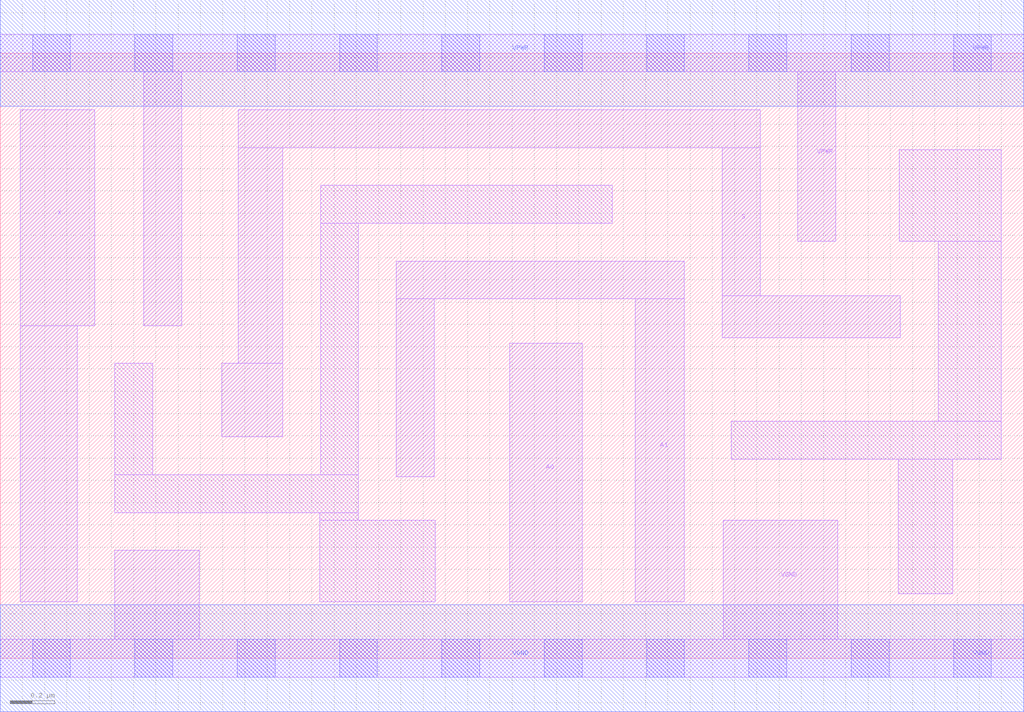
<source format=lef>
# Copyright 2020 The SkyWater PDK Authors
#
# Licensed under the Apache License, Version 2.0 (the "License");
# you may not use this file except in compliance with the License.
# You may obtain a copy of the License at
#
#     https://www.apache.org/licenses/LICENSE-2.0
#
# Unless required by applicable law or agreed to in writing, software
# distributed under the License is distributed on an "AS IS" BASIS,
# WITHOUT WARRANTIES OR CONDITIONS OF ANY KIND, either express or implied.
# See the License for the specific language governing permissions and
# limitations under the License.
#
# SPDX-License-Identifier: Apache-2.0

VERSION 5.7 ;
  NAMESCASESENSITIVE ON ;
  NOWIREEXTENSIONATPIN ON ;
  DIVIDERCHAR "/" ;
  BUSBITCHARS "[]" ;
UNITS
  DATABASE MICRONS 200 ;
END UNITS
PROPERTYDEFINITIONS
  MACRO maskLayoutSubType STRING ;
  MACRO prCellType STRING ;
  MACRO originalViewName STRING ;
END PROPERTYDEFINITIONS
MACRO sky130_fd_sc_hdll__mux2_1
  CLASS CORE ;
  FOREIGN sky130_fd_sc_hdll__mux2_1 ;
  ORIGIN  0.000000  0.000000 ;
  SIZE  4.600000 BY  2.720000 ;
  SYMMETRY X Y R90 ;
  SITE unithd ;
  PIN A0
    ANTENNAGATEAREA  0.138600 ;
    DIRECTION INPUT ;
    USE SIGNAL ;
    PORT
      LAYER li1 ;
        RECT 2.290000 0.255000 2.615000 1.415000 ;
    END
  END A0
  PIN A1
    ANTENNAGATEAREA  0.138600 ;
    DIRECTION INPUT ;
    USE SIGNAL ;
    PORT
      LAYER li1 ;
        RECT 1.780000 0.815000 1.950000 1.615000 ;
        RECT 1.780000 1.615000 3.075000 1.785000 ;
        RECT 2.855000 0.255000 3.075000 1.615000 ;
    END
  END A1
  PIN S
    ANTENNAGATEAREA  0.277200 ;
    DIRECTION INPUT ;
    USE SIGNAL ;
    PORT
      LAYER li1 ;
        RECT 0.995000 0.995000 1.270000 1.325000 ;
        RECT 1.070000 1.325000 1.270000 2.295000 ;
        RECT 1.070000 2.295000 3.415000 2.465000 ;
        RECT 3.245000 1.440000 4.045000 1.630000 ;
        RECT 3.245000 1.630000 3.415000 2.295000 ;
    END
  END S
  PIN VGND
    ANTENNADIFFAREA  0.474500 ;
    DIRECTION INOUT ;
    USE SIGNAL ;
    PORT
      LAYER li1 ;
        RECT 0.000000 -0.085000 4.600000 0.085000 ;
        RECT 0.515000  0.085000 0.895000 0.485000 ;
        RECT 3.250000  0.085000 3.765000 0.620000 ;
      LAYER mcon ;
        RECT 0.145000 -0.085000 0.315000 0.085000 ;
        RECT 0.605000 -0.085000 0.775000 0.085000 ;
        RECT 1.065000 -0.085000 1.235000 0.085000 ;
        RECT 1.525000 -0.085000 1.695000 0.085000 ;
        RECT 1.985000 -0.085000 2.155000 0.085000 ;
        RECT 2.445000 -0.085000 2.615000 0.085000 ;
        RECT 2.905000 -0.085000 3.075000 0.085000 ;
        RECT 3.365000 -0.085000 3.535000 0.085000 ;
        RECT 3.825000 -0.085000 3.995000 0.085000 ;
        RECT 4.285000 -0.085000 4.455000 0.085000 ;
      LAYER met1 ;
        RECT 0.000000 -0.240000 4.600000 0.240000 ;
    END
  END VGND
  PIN VPWR
    ANTENNADIFFAREA  0.492600 ;
    DIRECTION INOUT ;
    USE SIGNAL ;
    PORT
      LAYER li1 ;
        RECT 0.000000 2.635000 4.600000 2.805000 ;
        RECT 0.645000 1.495000 0.815000 2.635000 ;
        RECT 3.585000 1.875000 3.755000 2.635000 ;
      LAYER mcon ;
        RECT 0.145000 2.635000 0.315000 2.805000 ;
        RECT 0.605000 2.635000 0.775000 2.805000 ;
        RECT 1.065000 2.635000 1.235000 2.805000 ;
        RECT 1.525000 2.635000 1.695000 2.805000 ;
        RECT 1.985000 2.635000 2.155000 2.805000 ;
        RECT 2.445000 2.635000 2.615000 2.805000 ;
        RECT 2.905000 2.635000 3.075000 2.805000 ;
        RECT 3.365000 2.635000 3.535000 2.805000 ;
        RECT 3.825000 2.635000 3.995000 2.805000 ;
        RECT 4.285000 2.635000 4.455000 2.805000 ;
      LAYER met1 ;
        RECT 0.000000 2.480000 4.600000 2.960000 ;
    END
  END VPWR
  PIN X
    ANTENNADIFFAREA  0.439000 ;
    DIRECTION OUTPUT ;
    USE SIGNAL ;
    PORT
      LAYER li1 ;
        RECT 0.090000 0.255000 0.345000 1.495000 ;
        RECT 0.090000 1.495000 0.425000 2.465000 ;
    END
  END X
  OBS
    LAYER li1 ;
      RECT 0.515000 0.655000 1.610000 0.825000 ;
      RECT 0.515000 0.825000 0.685000 1.325000 ;
      RECT 1.435000 0.255000 1.955000 0.620000 ;
      RECT 1.435000 0.620000 1.610000 0.655000 ;
      RECT 1.440000 0.825000 1.610000 1.955000 ;
      RECT 1.440000 1.955000 2.750000 2.125000 ;
      RECT 3.285000 0.895000 4.500000 1.065000 ;
      RECT 4.035000 0.290000 4.280000 0.895000 ;
      RECT 4.040000 1.875000 4.500000 2.285000 ;
      RECT 4.215000 1.065000 4.500000 1.875000 ;
  END
  PROPERTY maskLayoutSubType "abstract" ;
  PROPERTY prCellType "standard" ;
  PROPERTY originalViewName "layout" ;
END sky130_fd_sc_hdll__mux2_1

</source>
